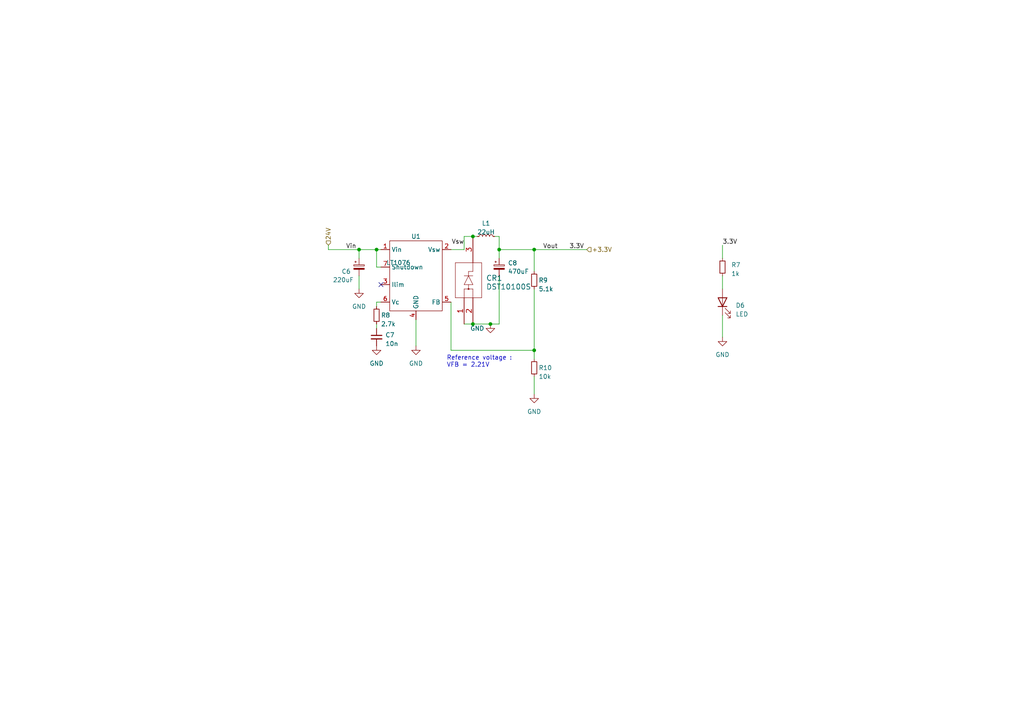
<source format=kicad_sch>
(kicad_sch (version 20230121) (generator eeschema)
  (paper "A4")
  (lib_symbols
    (symbol "DST10100S_1" (pin_names (offset 0.254) hide)
      (property "Reference" "CR" (at 12.7 7.62 0))
      (property "Value" "DST10100S" (at 12.7 5.08 0))
      (symbol "DST10100S_1_1_1"
        (polyline (pts (xy 7.62 -5.08) (xy 17.78 -5.08)) (stroke (width 0.127)))
        (polyline (pts (xy 7.62 0) (xy 10.16 0)) (stroke (width 0.127)))
        (polyline (pts (xy 7.62 2.54) (xy 7.62 -5.08)) (stroke (width 0.127)))
        (polyline (pts (xy 10.16 -2.54) (xy 7.62 -2.54)) (stroke (width 0.127)))
        (polyline (pts (xy 10.16 -1.27) (xy 11.43 -1.27)) (stroke (width 0.127)))
        (polyline (pts (xy 10.16 0) (xy 10.16 -2.54)) (stroke (width 0.127)))
        (polyline (pts (xy 11.43 -2.54) (xy 13.97 -1.27)) (stroke (width 0.127)))
        (polyline (pts (xy 11.43 0) (xy 11.43 -2.54)) (stroke (width 0.127)))
        (polyline (pts (xy 13.97 -1.27) (xy 11.43 0)) (stroke (width 0.127)))
        (polyline (pts (xy 13.97 -1.27) (xy 15.24 -1.27)) (stroke (width 0.127)))
        (polyline (pts (xy 13.97 0) (xy 13.97 -2.54)) (stroke (width 0.127)))
        (polyline (pts (xy 15.24 -2.54) (xy 17.78 -2.54)) (stroke (width 0.127)))
        (polyline (pts (xy 15.24 -1.27) (xy 15.24 -2.54)) (stroke (width 0.127)))
        (polyline (pts (xy 17.78 -5.08) (xy 17.78 2.54)) (stroke (width 0.127)))
        (polyline (pts (xy 17.78 2.54) (xy 7.62 2.54)) (stroke (width 0.127)))
        (arc (start 10.16 -1.397) (mid 10.16 -1.143) (end 10.16 -1.397) (stroke (width 0.254)))
        (circle (center 10.16 -1.27) (radius 0.127) (stroke (width 0.254)))
        (pin unspecified line (at 0 0 0) (length 7.62) (name "1") (number "1"))
        (pin unspecified line (at 0 -2.54 0) (length 7.62) (name "2") (number "2"))
        (pin unspecified line (at 25.4 -2.54 180) (length 7.62) (name "3") (number "3"))
      )
    )
    (symbol "Device:C_Polarized_Small" (pin_numbers hide) (pin_names (offset 0.254) hide)
      (property "Reference" "C" (at 0.254 1.778 0))
      (property "Value" "C_Polarized_Small" (at 0.254 -2.032 0))
      (symbol "C_Polarized_Small_0_1"
        (rectangle (start -1.524 -0.3048) (end 1.524 -0.6858) (fill (type outline)))
        (rectangle (start -1.524 0.6858) (end 1.524 0.3048))
        (polyline (pts (xy -1.27 1.524) (xy -0.762 1.524)))
        (polyline (pts (xy -1.016 1.27) (xy -1.016 1.778)))
      )
      (symbol "C_Polarized_Small_1_1"
        (pin passive line (at 0 2.54 270) (length 1.8542) (name "~") (number "1"))
        (pin passive line (at 0 -2.54 90) (length 1.8542) (name "~") (number "2"))
      )
    )
    (symbol "Device:C_Small" (pin_numbers hide) (pin_names (offset 0.254) hide)
      (property "Reference" "C" (at 0.254 1.778 0))
      (property "Value" "C_Small" (at 0.254 -2.032 0))
      (symbol "C_Small_0_1"
        (polyline (pts (xy -1.524 -0.508) (xy 1.524 -0.508)) (stroke (width 0.3302)))
        (polyline (pts (xy -1.524 0.508) (xy 1.524 0.508)) (stroke (width 0.3048)))
      )
      (symbol "C_Small_1_1"
        (pin passive line (at 0 2.54 270) (length 2.032) (name "~") (number "1"))
        (pin passive line (at 0 -2.54 90) (length 2.032) (name "~") (number "2"))
      )
    )
    (symbol "Device:LED" (pin_numbers hide) (pin_names (offset 1.016) hide)
      (property "Reference" "D" (at 0 2.54 0))
      (property "Value" "LED" (at 0 -2.54 0))
      (symbol "LED_0_1"
        (polyline (pts (xy -1.27 -1.27) (xy -1.27 1.27)) (stroke (width 0.254)))
        (polyline (pts (xy -1.27 0) (xy 1.27 0)))
        (polyline (pts (xy 1.27 -1.27) (xy 1.27 1.27) (xy -1.27 0) (xy 1.27 -1.27)) (stroke (width 0.254)))
        (polyline (pts (xy -3.048 -0.762) (xy -4.572 -2.286) (xy -3.81 -2.286) (xy -4.572 -2.286) (xy -4.572 -1.524)))
        (polyline (pts (xy -1.778 -0.762) (xy -3.302 -2.286) (xy -2.54 -2.286) (xy -3.302 -2.286) (xy -3.302 -1.524)))
      )
      (symbol "LED_1_1"
        (pin passive line (at -3.81 0 0) (length 2.54) (name "K") (number "1"))
        (pin passive line (at 3.81 0 180) (length 2.54) (name "A") (number "2"))
      )
    )
    (symbol "Device:L_Small" (pin_numbers hide) (pin_names (offset 0.254) hide)
      (property "Reference" "L" (at 0.762 1.016 0))
      (property "Value" "L_Small" (at 0.762 -1.016 0))
      (symbol "L_Small_0_1"
        (arc (start 0 -2.032) (mid 0.5058 -1.524) (end 0 -1.016))
        (arc (start 0 -1.016) (mid 0.5058 -0.508) (end 0 0))
        (arc (start 0 0) (mid 0.5058 0.508) (end 0 1.016))
        (arc (start 0 1.016) (mid 0.5058 1.524) (end 0 2.032))
      )
      (symbol "L_Small_1_1"
        (pin passive line (at 0 2.54 270) (length 0.508) (name "~") (number "1"))
        (pin passive line (at 0 -2.54 90) (length 0.508) (name "~") (number "2"))
      )
    )
    (symbol "Device:R_Small" (pin_numbers hide) (pin_names (offset 0.254) hide)
      (property "Reference" "R" (at 0.762 0.508 0))
      (property "Value" "R_Small" (at 0.762 -1.016 0))
      (symbol "R_Small_0_1"
        (rectangle (start -0.762 1.778) (end 0.762 -1.778) (stroke (width 0.2032)))
      )
      (symbol "R_Small_1_1"
        (pin passive line (at 0 2.54 270) (length 0.762) (name "~") (number "1"))
        (pin passive line (at 0 -2.54 90) (length 0.762) (name "~") (number "2"))
      )
    )
    (symbol "LT1076_1"
      (property "Reference" "U" (at -6.35 10.16 0))
      (symbol "LT1076_1_0_1"
        (rectangle (start -7.62 8.89) (end 7.62 -11.43))
      )
      (symbol "LT1076_1_1_1"
        (pin power_in line (at -10.16 6.35 0) (length 2.54) (name "Vin") (number "1"))
        (pin output line (at 10.16 6.35 180) (length 2.54) (name "Vsw") (number "2"))
        (pin input line (at -10.16 -3.81 0) (length 2.54) (name "Ilim") (number "3"))
        (pin power_in line (at 0 -13.97 90) (length 2.54) (name "GND") (number "4"))
        (pin input line (at 10.16 -8.89 180) (length 2.54) (name "FB") (number "5"))
        (pin input line (at -10.16 -8.89 0) (length 2.54) (name "Vc") (number "6"))
        (pin input line (at -10.16 1.27 0) (length 2.54) (name "Shutdown") (number "7"))
      )
    )
    (symbol "power:GND" (power) (pin_names (offset 0))
      (property "Value" "GND" (at 0 -3.81 0))
      (symbol "GND_0_1"
        (polyline (pts (xy 0 0) (xy 0 -1.27) (xy 1.27 -1.27) (xy 0 -2.54) (xy -1.27 -1.27) (xy 0 -1.27)))
      )
      (symbol "GND_1_1"
        (pin power_in line (at 0 0 270) (length 0) hide (name "GND") (number "1"))
      )
    )
  )
  (junction (at 154.94 101.6))
  (junction (at 144.78 72.39))
  (junction (at 104.14 72.39))
  (junction (at 137.16 68.58))
  (junction (at 137.16 93.98))
  (junction (at 154.94 72.39))
  (junction (at 109.22 72.39))
  (junction (at 142.24 93.98))
  (no_connect (at 110.49 82.55))
  (wire (pts (xy 104.14 72.39) (xy 104.14 74.93)))
  (wire (pts (xy 144.78 93.98) (xy 142.24 93.98)))
  (wire (pts (xy 143.51 68.58) (xy 144.78 68.58)))
  (wire (pts (xy 134.62 68.58) (xy 137.16 68.58)))
  (wire (pts (xy 154.94 83.82) (xy 154.94 101.6)))
  (wire (pts (xy 154.94 72.39) (xy 170.18 72.39)))
  (wire (pts (xy 130.81 101.6) (xy 154.94 101.6)))
  (wire (pts (xy 144.78 72.39) (xy 154.94 72.39)))
  (wire (pts (xy 109.22 93.98) (xy 109.22 95.25)))
  (wire (pts (xy 137.16 68.58) (xy 138.43 68.58)))
  (wire (pts (xy 209.55 71.12) (xy 209.55 74.93)))
  (wire (pts (xy 109.22 72.39) (xy 110.49 72.39)))
  (wire (pts (xy 144.78 80.01) (xy 144.78 93.98)))
  (wire (pts (xy 104.14 80.01) (xy 104.14 83.82)))
  (wire (pts (xy 120.65 92.71) (xy 120.65 100.33)))
  (wire (pts (xy 154.94 72.39) (xy 154.94 78.74)))
  (wire (pts (xy 95.25 72.39) (xy 104.14 72.39)))
  (wire (pts (xy 104.14 72.39) (xy 109.22 72.39)))
  (wire (pts (xy 154.94 109.22) (xy 154.94 114.3)))
  (wire (pts (xy 134.62 72.39) (xy 130.81 72.39)))
  (wire (pts (xy 109.22 72.39) (xy 109.22 77.47)))
  (wire (pts (xy 109.22 88.9) (xy 109.22 87.63)))
  (wire (pts (xy 95.25 71.12) (xy 95.25 72.39)))
  (wire (pts (xy 109.22 77.47) (xy 110.49 77.47)))
  (wire (pts (xy 209.55 80.01) (xy 209.55 83.82)))
  (wire (pts (xy 109.22 87.63) (xy 110.49 87.63)))
  (wire (pts (xy 144.78 74.93) (xy 144.78 72.39)))
  (wire (pts (xy 134.62 93.98) (xy 137.16 93.98)))
  (wire (pts (xy 130.81 101.6) (xy 130.81 87.63)))
  (wire (pts (xy 137.16 93.98) (xy 142.24 93.98)))
  (wire (pts (xy 134.62 68.58) (xy 134.62 72.39)))
  (wire (pts (xy 144.78 68.58) (xy 144.78 72.39)))
  (wire (pts (xy 154.94 101.6) (xy 154.94 104.14)))
  (wire (pts (xy 209.55 97.79) (xy 209.55 91.44)))
  (text "Reference voltage :\nVFB = 2.21V" (at 129.54 106.68 0) (effects (font (size 1.27 1.27)) (justify left bottom)))
  (label "Vout" (at 157.48 72.39 0))
  (label "3.3V" (at 209.55 71.12 0))
  (label "3.3V" (at 165.1 72.39 0))
  (label "Vin" (at 100.33 72.39 0))
  (label "Vsw" (at 134.62 71.12 180))
  (hierarchical_label "+3.3V" (shape input) (at 170.18 72.39 0))
  (hierarchical_label "24V" (shape input) (at 95.25 71.12 90))
  (symbol (lib_id "Device:R_Small") (at 109.22 91.44 0) (unit 1)
    (property "Reference" "R8" (at 110.49 91.44 0) (effects (justify left)))
    (property "Value" "2.7k" (at 110.49 93.98 0) (effects (justify left)))
    (property "Footprint" "Resistor_SMD:R_0603_1608Metric_Pad0.98x0.95mm_HandSolder" (effects hide))
    (instances (project "Robourt" (path "" (reference "R8") (unit 1))) (project "Regulateurs" (path "" (reference "R1") (unit 1))) (project "QBPS_LT1076CR#PBF" (path "" (reference "R6") (unit 1)) (path "" (reference "R7") (unit 1)) (path "" (reference "R8") (unit 1)) (path "" (reference "R9") (unit 1))))
  )
  (symbol (lib_id "Device:C_Polarized_Small") (at 104.14 77.47 0) (unit 1)
    (property "Reference" "C6" (at 99.06 78.74 0) (effects (justify left)))
    (property "Value" "220uF" (at 96.52 81.1911 0) (effects (justify left)))
    (property "Footprint" "Capacitor_SMD:CP_Elec_10x10.5" (effects hide))
    (property "MFR" "865060657012" (effects hide))
    (property "Vmax" "50V" (effects hide))
    (instances (project "Robourt" (path "" (reference "C6") (unit 1))) (project "Regulateurs" (path "" (reference "C1") (unit 1))) (project "QBPS_LT1076CR#PBF" (path "" (reference "C1") (unit 1)) (path "" (reference "C4") (unit 1)) (path "" (reference "C7") (unit 1)) (path "" (reference "C10") (unit 1))))
  )
  (symbol (lib_id "power:GND") (at 120.65 100.33 0) (unit 1)
    (property "Reference" "#PWR032" (effects hide))
    (property "Value" "GND" (at 120.65 105.41 0))
    (instances (project "Robourt" (path "" (reference "#PWR032") (unit 1))) (project "Regulateurs" (path "" (reference "#PWR04") (unit 1))) (project "QBPS_LT1076CR#PBF" (path "" (reference "#PWR021") (unit 1)) (path "" (reference "#PWR027") (unit 1)) (path "" (reference "#PWR033") (unit 1)) (path "" (reference "#PWR039") (unit 1))))
  )
  (symbol (lib_id "Device:C_Small") (at 109.22 97.79 0) (unit 1)
    (property "Reference" "C7" (at 111.76 97.1613 0) (effects (justify left)))
    (property "Value" "10n" (at 111.76 99.7013 0) (effects (justify left)))
    (property "Footprint" "Capacitor_SMD:C_0603_1608Metric_Pad1.08x0.95mm_HandSolder" (effects hide))
    (instances (project "Robourt" (path "" (reference "C7") (unit 1))) (project "Regulateurs" (path "" (reference "C2") (unit 1))) (project "QBPS_LT1076CR#PBF" (path "" (reference "C2") (unit 1)) (path "" (reference "C5") (unit 1)) (path "" (reference "C8") (unit 1)) (path "" (reference "C11") (unit 1))))
  )
  (symbol (lib_id "Device:LED") (at 209.55 87.63 90) (unit 1)
    (property "Reference" "D6" (at 213.36 88.5825 90) (effects (justify right)))
    (property "Value" "LED" (at 213.36 91.1225 90) (effects (justify right)))
    (property "Footprint" "LED_SMD:LED_0603_1608Metric_Pad1.05x0.95mm_HandSolder" (effects hide))
    (instances (project "Robourt" (path "" (reference "D6") (unit 1)) (path "" (reference "D3") (unit 1))) (project "Regulateurs" (path "" (reference "D5") (unit 1))) (project "QBPS_LT1076CR#PBF" (path "" (reference "D?") (unit 1)) (path "" (reference "D?") (unit 1)) (path "" (reference "D?") (unit 1)) (path "" (reference "D?") (unit 1)) (path "" (reference "D5") (unit 1))))
  )
  (symbol (lib_id "Device:R_Small") (at 209.55 77.47 0) (unit 1)
    (property "Reference" "R7" (at 212.09 76.835 0) (effects (justify left)))
    (property "Value" "1k" (at 212.09 79.375 0) (effects (justify left)))
    (property "Footprint" "Resistor_SMD:R_0603_1608Metric_Pad0.98x0.95mm_HandSolder" (effects hide))
    (instances (project "Robourt" (path "" (reference "R7") (unit 1)) (path "" (reference "R4") (unit 1))) (project "Regulateurs" (path "" (reference "R8") (unit 1))) (project "QBPS_LT1076CR#PBF" (path "" (reference "R?") (unit 1)) (path "" (reference "R?") (unit 1)) (path "" (reference "R?") (unit 1)) (path "" (reference "R?") (unit 1)) (path "" (reference "R5") (unit 1))))
  )
  (symbol (lib_id "power:GND") (at 104.14 83.82 0) (unit 1)
    (property "Reference" "#PWR030" (effects hide))
    (property "Value" "GND" (at 104.14 88.9 0))
    (instances (project "Robourt" (path "" (reference "#PWR030") (unit 1))) (project "Regulateurs" (path "" (reference "#PWR02") (unit 1))) (project "QBPS_LT1076CR#PBF" (path "" (reference "#PWR019") (unit 1)) (path "" (reference "#PWR025") (unit 1)) (path "" (reference "#PWR031") (unit 1)) (path "" (reference "#PWR037") (unit 1))))
  )
  (symbol (lib_id "Device:R_Small") (at 154.94 81.28 0) (unit 1)
    (property "Reference" "R9" (at 156.21 81.28 0) (effects (justify left)))
    (property "Value" "5.1k" (at 156.21 83.82 0) (effects (justify left)))
    (property "Footprint" "Resistor_SMD:R_0603_1608Metric_Pad0.98x0.95mm_HandSolder" (effects hide))
    (instances (project "Robourt" (path "" (reference "R9") (unit 1))) (project "Regulateurs" (path "" (reference "R2") (unit 1))) (project "QBPS_LT1076CR#PBF" (path "" (reference "R10") (unit 1)) (path "" (reference "R11") (unit 1)) (path "" (reference "R12") (unit 1)) (path "" (reference "R13") (unit 1))))
  )
  (symbol (lib_id "power:GND") (at 109.22 100.33 0) (unit 1)
    (property "Reference" "#PWR031" (effects hide))
    (property "Value" "GND" (at 109.22 105.41 0))
    (instances (project "Robourt" (path "" (reference "#PWR031") (unit 1))) (project "Regulateurs" (path "" (reference "#PWR03") (unit 1))) (project "QBPS_LT1076CR#PBF" (path "" (reference "#PWR020") (unit 1)) (path "" (reference "#PWR026") (unit 1)) (path "" (reference "#PWR032") (unit 1)) (path "" (reference "#PWR038") (unit 1))))
  )
  (symbol (lib_name "LT1076_1") (lib_id "custom:LT1076") (at 120.65 78.74 0) (unit 1)
    (property "Reference" "U1" (at 120.65 68.58 0))
    (property "Value" "LT1076" (at 115.57 76.2 0))
  )
  (symbol (lib_id "Device:L_Small") (at 140.97 68.58 90) (unit 1)
    (property "Reference" "L1" (at 140.97 64.77 90))
    (property "Value" "22uH" (at 140.97 67.31 90))
    (property "Footprint" "Inductor_SMD:L_Wuerth_WE-PD-Typ-LS_Handsoldering" (effects hide))
    (property "MFR" "7447709220" (effects hide))
    (instances (project "Robourt" (path "" (reference "L1") (unit 1))) (project "Regulateurs" (path "" (reference "L1") (unit 1))) (project "QBPS_LT1076CR#PBF" (path "" (reference "L1") (unit 1)) (path "" (reference "L2") (unit 1)) (path "" (reference "L3") (unit 1)) (path "" (reference "L4") (unit 1))))
  )
  (symbol (lib_id "power:GND") (at 209.55 97.79 0) (unit 1)
    (property "Reference" "#PWR043" (effects hide))
    (property "Value" "GND" (at 209.55 102.87 0))
    (instances (project "Robourt" (path "" (reference "#PWR043") (unit 1)) (path "" (reference "#PWR043") (unit 1))) (project "Regulateurs" (path "" (reference "#PWR019") (unit 1))) (project "QBPS_LT1076CR#PBF" (path "" (reference "#PWR?") (unit 1)) (path "" (reference "#PWR?") (unit 1)) (path "" (reference "#PWR?") (unit 1)) (path "" (reference "#PWR?") (unit 1)) (path "" (reference "#PWR017") (unit 1))))
  )
  (symbol (lib_name "DST10100S_1") (lib_id "2023-03-19_11-33-54:DST10100S") (at 134.62 93.98 90) (unit 1)
    (property "Reference" "CR1" (at 140.97 80.645 90) (effects (font (size 1.524 1.524)) (justify right)))
    (property "Value" "DST10100S" (at 140.97 83.185 90) (effects (font (size 1.524 1.524)) (justify right)))
    (property "Footprint" "TO277B_LTF" (effects hide))
  )
  (symbol (lib_id "power:GND") (at 154.94 114.3 0) (unit 1)
    (property "Reference" "#PWR034" (effects hide))
    (property "Value" "GND" (at 154.94 119.38 0))
    (instances (project "Robourt" (path "" (reference "#PWR034") (unit 1))) (project "Regulateurs" (path "" (reference "#PWR06") (unit 1))) (project "QBPS_LT1076CR#PBF" (path "" (reference "#PWR023") (unit 1)) (path "" (reference "#PWR029") (unit 1)) (path "" (reference "#PWR035") (unit 1)) (path "" (reference "#PWR041") (unit 1))))
  )
  (symbol (lib_id "Device:R_Small") (at 154.94 106.68 0) (unit 1)
    (property "Reference" "R10" (at 156.21 106.68 0) (effects (justify left)))
    (property "Value" "10k" (at 156.21 109.22 0) (effects (justify left)))
    (property "Footprint" "Resistor_SMD:R_0603_1608Metric_Pad0.98x0.95mm_HandSolder" (effects hide))
    (instances (project "Robourt" (path "" (reference "R10") (unit 1))) (project "Regulateurs" (path "" (reference "R3") (unit 1))) (project "QBPS_LT1076CR#PBF" (path "" (reference "R14") (unit 1)) (path "" (reference "R15") (unit 1)) (path "" (reference "R16") (unit 1)) (path "" (reference "R17") (unit 1))))
  )
  (symbol (lib_id "power:GND") (at 142.24 93.98 0) (unit 1)
    (property "Reference" "#PWR033" (effects hide))
    (property "Value" "GND" (at 138.43 95.25 0))
    (instances (project "Robourt" (path "" (reference "#PWR033") (unit 1))) (project "Regulateurs" (path "" (reference "#PWR05") (unit 1))) (project "QBPS_LT1076CR#PBF" (path "" (reference "#PWR022") (unit 1)) (path "" (reference "#PWR028") (unit 1)) (path "" (reference "#PWR034") (unit 1)) (path "" (reference "#PWR040") (unit 1))))
  )
  (symbol (lib_id "Device:C_Polarized_Small") (at 144.78 77.47 0) (unit 1)
    (property "Reference" "C8" (at 147.32 76.2889 0) (effects (justify left)))
    (property "Value" "470uF" (at 147.32 78.74 0) (effects (justify left)))
    (property "Footprint" "Capacitor_SMD:CP_Elec_10x10.5" (effects hide))
    (property "MFR" "865060457009" (effects hide))
    (instances (project "Robourt" (path "" (reference "C8") (unit 1))) (project "Regulateurs" (path "" (reference "C3") (unit 1))) (project "QBPS_LT1076CR#PBF" (path "" (reference "C3") (unit 1)) (path "" (reference "C6") (unit 1)) (path "" (reference "C9") (unit 1)) (path "" (reference "C12") (unit 1))))
  )
)
</source>
